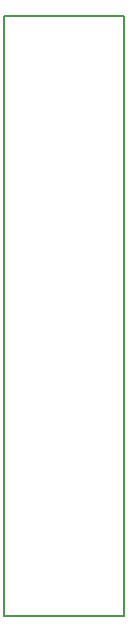
<source format=gbr>
G04 #@! TF.FileFunction,Profile,NP*
%FSLAX46Y46*%
G04 Gerber Fmt 4.6, Leading zero omitted, Abs format (unit mm)*
G04 Created by KiCad (PCBNEW 4.0.2+dfsg1-stable) date Sat 24 Sep 2016 11:32:42 AM MDT*
%MOMM*%
G01*
G04 APERTURE LIST*
%ADD10C,0.100000*%
%ADD11C,0.150000*%
G04 APERTURE END LIST*
D10*
D11*
X125730000Y-151130000D02*
X125730000Y-100330000D01*
X135890000Y-151130000D02*
X125730000Y-151130000D01*
X135890000Y-100330000D02*
X135890000Y-151130000D01*
X125730000Y-100330000D02*
X135890000Y-100330000D01*
M02*

</source>
